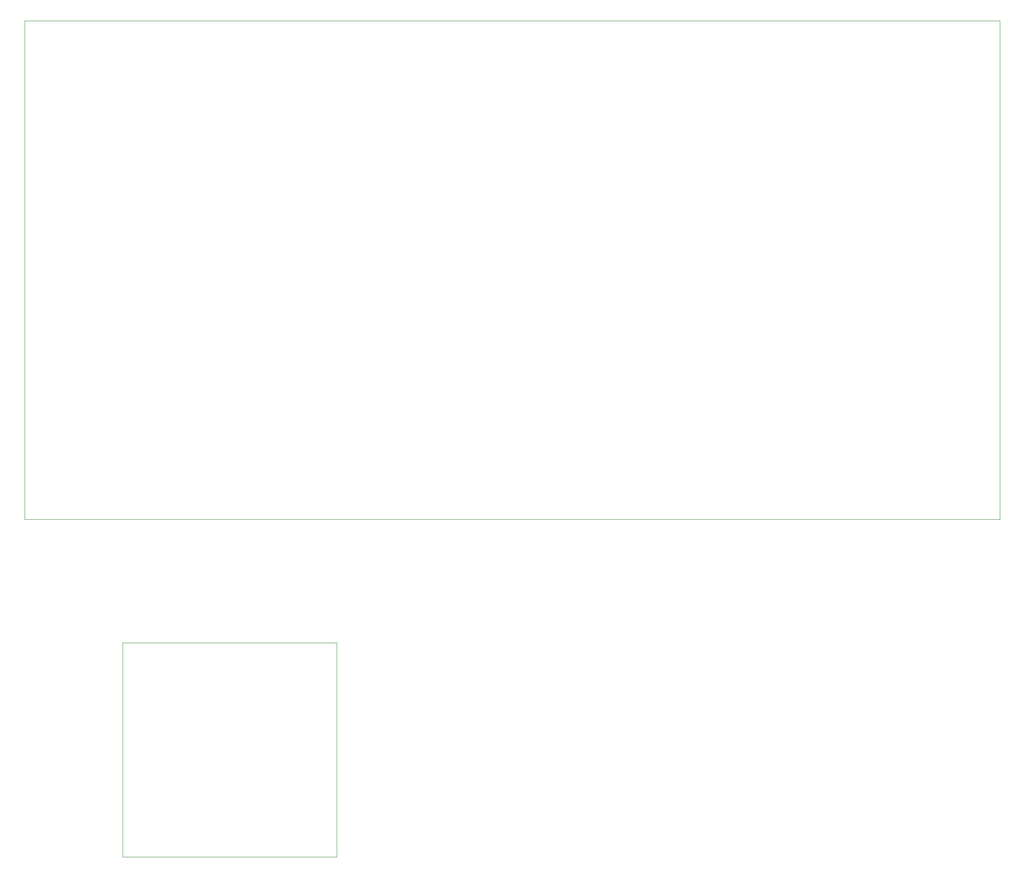
<source format=gbr>
%TF.GenerationSoftware,KiCad,Pcbnew,8.0.9*%
%TF.CreationDate,2025-08-04T10:44:23+12:00*%
%TF.ProjectId,xymatics-e64,78796d61-7469-4637-932d-6536342e6b69,rev?*%
%TF.SameCoordinates,Original*%
%TF.FileFunction,Profile,NP*%
%FSLAX46Y46*%
G04 Gerber Fmt 4.6, Leading zero omitted, Abs format (unit mm)*
G04 Created by KiCad (PCBNEW 8.0.9) date 2025-08-04 10:44:23*
%MOMM*%
%LPD*%
G01*
G04 APERTURE LIST*
%TA.AperFunction,Profile*%
%ADD10C,0.050000*%
%TD*%
G04 APERTURE END LIST*
D10*
X74000000Y-148000000D02*
X116000000Y-148000000D01*
X116000000Y-190000000D01*
X74000000Y-190000000D01*
X74000000Y-148000000D01*
X54750000Y-26000000D02*
X246000000Y-26000000D01*
X246000000Y-123750000D01*
X54750000Y-123750000D01*
X54750000Y-26000000D01*
M02*

</source>
